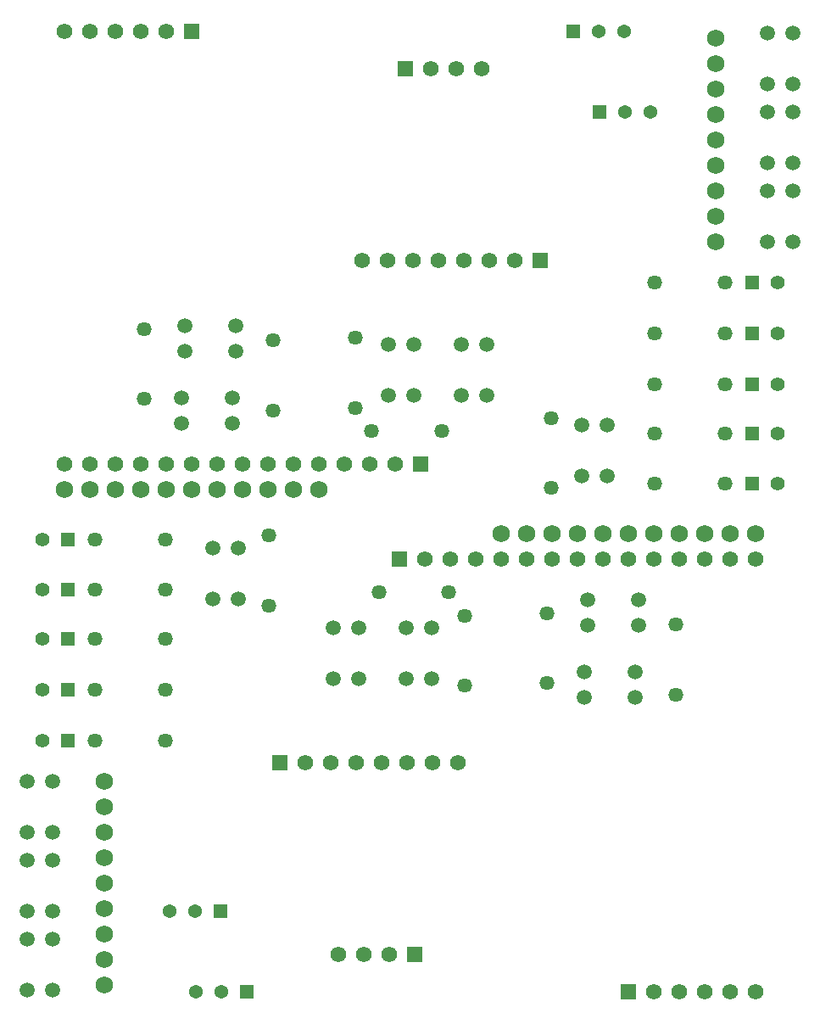
<source format=gbs>
G04*
G04 #@! TF.GenerationSoftware,Altium Limited,Altium Designer,24.4.1 (13)*
G04*
G04 Layer_Color=16711935*
%FSTAX25Y25*%
%MOIN*%
G70*
G04*
G04 #@! TF.SameCoordinates,D68B6D5F-11C5-45A1-AF62-CA48ED7D446B*
G04*
G04*
G04 #@! TF.FilePolarity,Negative*
G04*
G01*
G75*
%ADD16C,0.05937*%
%ADD28R,0.06194X0.06194*%
%ADD29C,0.06194*%
%ADD30C,0.06800*%
%ADD31C,0.05378*%
%ADD32R,0.05378X0.05378*%
%ADD33C,0.05753*%
%ADD34C,0.05556*%
%ADD35R,0.05556X0.05556*%
D16*
X0187528Y0241154D02*
D03*
X0177528D02*
D03*
X0187528Y0261154D02*
D03*
X0177528D02*
D03*
X0159028Y0241154D02*
D03*
X0149028D02*
D03*
X0159028Y0261154D02*
D03*
X0149028D02*
D03*
X0308028Y0332472D02*
D03*
X0298028D02*
D03*
X0308028Y0352472D02*
D03*
X0298028D02*
D03*
X0308028Y0301472D02*
D03*
X0298028D02*
D03*
X0308028Y0321472D02*
D03*
X0298028D02*
D03*
X0308028Y0363563D02*
D03*
X0298028D02*
D03*
X0308028Y0383563D02*
D03*
X0298028D02*
D03*
X0225028Y0229654D02*
D03*
X0235028D02*
D03*
X0225028Y0209653D02*
D03*
X0235028D02*
D03*
X0089118Y0268563D02*
D03*
Y0258563D02*
D03*
X0069118Y0268563D02*
D03*
Y0258563D02*
D03*
X0067528Y0230063D02*
D03*
Y0240063D02*
D03*
X0087528Y0230063D02*
D03*
Y0240063D02*
D03*
X0127433Y0149791D02*
D03*
X0137433D02*
D03*
X0127433Y0129791D02*
D03*
X0137433D02*
D03*
X0155933Y0149791D02*
D03*
X0165933D02*
D03*
X0155933Y0129791D02*
D03*
X0165933D02*
D03*
X0006933Y0058473D02*
D03*
X0016933D02*
D03*
X0006933Y0038472D02*
D03*
X0016933D02*
D03*
X0006933Y0089473D02*
D03*
X0016933D02*
D03*
X0006933Y0069472D02*
D03*
X0016933D02*
D03*
X0006933Y0027382D02*
D03*
X0016933D02*
D03*
X0006933Y0007382D02*
D03*
X0016933D02*
D03*
X0089933Y0161291D02*
D03*
X0079933D02*
D03*
X0089933Y0181291D02*
D03*
X0079933D02*
D03*
X0225842Y0122382D02*
D03*
Y0132382D02*
D03*
X0245842Y0122382D02*
D03*
Y0132382D02*
D03*
X0247433Y0160882D02*
D03*
Y0150882D02*
D03*
X0227433Y0160882D02*
D03*
Y0150882D02*
D03*
D28*
X0208528Y0294063D02*
D03*
X0155528Y0369563D02*
D03*
X0071528Y0384063D02*
D03*
X0161528Y0214063D02*
D03*
X0106433Y0096882D02*
D03*
X0159433Y0021382D02*
D03*
X0243433Y0006882D02*
D03*
X0153433Y0176882D02*
D03*
D29*
X0198528Y0294063D02*
D03*
X0188528D02*
D03*
X0178528D02*
D03*
X0168528D02*
D03*
X0158528D02*
D03*
X0148528D02*
D03*
X0138528D02*
D03*
X0165528Y0369563D02*
D03*
X0175528D02*
D03*
X0185528D02*
D03*
X0061528Y0384063D02*
D03*
X0051528D02*
D03*
X0041528D02*
D03*
X0031528D02*
D03*
X0021528D02*
D03*
X0151528Y0214063D02*
D03*
X0141528D02*
D03*
X0131528D02*
D03*
X0121528D02*
D03*
X0111528D02*
D03*
X0101528D02*
D03*
X0091528D02*
D03*
X0081528D02*
D03*
X0071528D02*
D03*
X0061528D02*
D03*
X0051528D02*
D03*
X0041528D02*
D03*
X0031528D02*
D03*
X0021528D02*
D03*
X0116433Y0096882D02*
D03*
X0126433D02*
D03*
X0136433D02*
D03*
X0146433D02*
D03*
X0156433D02*
D03*
X0166433D02*
D03*
X0176433D02*
D03*
X0149433Y0021382D02*
D03*
X0139433D02*
D03*
X0129433D02*
D03*
X0253433Y0006882D02*
D03*
X0263433D02*
D03*
X0273433D02*
D03*
X0283433D02*
D03*
X0293433D02*
D03*
X0163433Y0176882D02*
D03*
X0173433D02*
D03*
X0183433D02*
D03*
X0193433D02*
D03*
X0203433D02*
D03*
X0213433D02*
D03*
X0223433D02*
D03*
X0233433D02*
D03*
X0243433D02*
D03*
X0253433D02*
D03*
X0263433D02*
D03*
X0273433D02*
D03*
X0283433D02*
D03*
X0293433D02*
D03*
D30*
X0277528Y0381563D02*
D03*
Y0371563D02*
D03*
Y0361563D02*
D03*
Y0351563D02*
D03*
Y0321563D02*
D03*
Y0311563D02*
D03*
Y0301563D02*
D03*
Y0341563D02*
D03*
Y0331563D02*
D03*
X0071528Y0204063D02*
D03*
X0061528D02*
D03*
X0101528D02*
D03*
X0091528D02*
D03*
X0081528D02*
D03*
X0051528D02*
D03*
X0041528D02*
D03*
X0031528D02*
D03*
X0021528D02*
D03*
X0121528D02*
D03*
X0111528D02*
D03*
X0037433Y0009382D02*
D03*
Y0019382D02*
D03*
Y0029382D02*
D03*
Y0039382D02*
D03*
Y0069382D02*
D03*
Y0079382D02*
D03*
Y0089382D02*
D03*
Y0049382D02*
D03*
Y0059382D02*
D03*
X0243433Y0186882D02*
D03*
X0253433D02*
D03*
X0213433D02*
D03*
X0223433D02*
D03*
X0233433D02*
D03*
X0263433D02*
D03*
X0273433D02*
D03*
X0283433D02*
D03*
X0293433D02*
D03*
X0193433D02*
D03*
X0203433D02*
D03*
D31*
X0241528Y0384063D02*
D03*
X0231528D02*
D03*
X0242028Y0352563D02*
D03*
X0252028D02*
D03*
X0073433Y0006882D02*
D03*
X0083433D02*
D03*
X0072933Y0038382D02*
D03*
X0062933D02*
D03*
D32*
X0221528Y0384063D02*
D03*
X0232028Y0352563D02*
D03*
X0093433Y0006882D02*
D03*
X0082933Y0038382D02*
D03*
D33*
X0253748Y0226063D02*
D03*
X0281307D02*
D03*
X0253748Y0265563D02*
D03*
X0281307D02*
D03*
X0253748Y0245563D02*
D03*
X0281307D02*
D03*
X0253748Y0285563D02*
D03*
X0281307D02*
D03*
Y0206563D02*
D03*
X0253748D02*
D03*
X0103528Y0262842D02*
D03*
Y0235283D02*
D03*
X0169807Y0227063D02*
D03*
X0142248D02*
D03*
X0136028Y0263843D02*
D03*
Y0236283D02*
D03*
X0053028Y0267342D02*
D03*
Y0239784D02*
D03*
X0213028Y0204784D02*
D03*
Y0232343D02*
D03*
X0061212Y0164882D02*
D03*
X0033653D02*
D03*
X0061212Y0125382D02*
D03*
X0033653D02*
D03*
X0061212Y0145382D02*
D03*
X0033653D02*
D03*
X0061212Y0105382D02*
D03*
X0033653D02*
D03*
Y0184382D02*
D03*
X0061212D02*
D03*
X0211433Y0128102D02*
D03*
Y0155661D02*
D03*
X0145153Y0163882D02*
D03*
X0172713D02*
D03*
X0178933Y0127102D02*
D03*
Y0154661D02*
D03*
X0261933Y0123602D02*
D03*
Y0151161D02*
D03*
X0101933Y0186161D02*
D03*
Y0158602D02*
D03*
D34*
X0302028Y0206563D02*
D03*
X0302009Y0226063D02*
D03*
X0302106Y0245563D02*
D03*
X0302088Y0265563D02*
D03*
X0302028Y0285563D02*
D03*
X0012933Y0184382D02*
D03*
X0012951Y0164882D02*
D03*
X0012854Y0145382D02*
D03*
X0012873Y0125382D02*
D03*
X0012933Y0105382D02*
D03*
D35*
X0292028Y0206563D02*
D03*
X0292009Y0226063D02*
D03*
X0292106Y0245563D02*
D03*
X0292088Y0265563D02*
D03*
X0292028Y0285563D02*
D03*
X0022933Y0184382D02*
D03*
X0022951Y0164882D02*
D03*
X0022854Y0145382D02*
D03*
X0022873Y0125382D02*
D03*
X0022933Y0105382D02*
D03*
M02*

</source>
